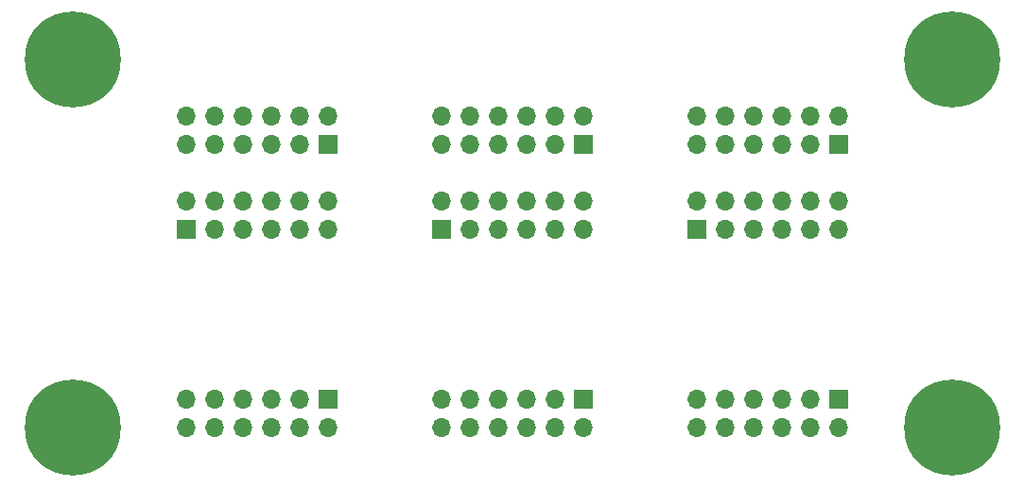
<source format=gbr>
%TF.GenerationSoftware,KiCad,Pcbnew,(6.0.5)*%
%TF.CreationDate,2022-05-29T15:24:29+02:00*%
%TF.ProjectId,pmod_peripheral,706d6f64-5f70-4657-9269-70686572616c,rev?*%
%TF.SameCoordinates,Original*%
%TF.FileFunction,Soldermask,Top*%
%TF.FilePolarity,Negative*%
%FSLAX46Y46*%
G04 Gerber Fmt 4.6, Leading zero omitted, Abs format (unit mm)*
G04 Created by KiCad (PCBNEW (6.0.5)) date 2022-05-29 15:24:29*
%MOMM*%
%LPD*%
G01*
G04 APERTURE LIST*
%ADD10R,1.700000X1.700000*%
%ADD11O,1.700000X1.700000*%
%ADD12C,0.900000*%
%ADD13C,8.600000*%
G04 APERTURE END LIST*
D10*
%TO.C,PMOD2*%
X99060000Y-83820000D03*
D11*
X99060000Y-86360000D03*
X96520000Y-83820000D03*
X96520000Y-86360000D03*
X93980000Y-83820000D03*
X93980000Y-86360000D03*
X91440000Y-83820000D03*
X91440000Y-86360000D03*
X88900000Y-83820000D03*
X88900000Y-86360000D03*
X86360000Y-83820000D03*
X86360000Y-86360000D03*
%TD*%
D10*
%TO.C,PMOD3*%
X121920000Y-83820000D03*
D11*
X121920000Y-86360000D03*
X119380000Y-83820000D03*
X119380000Y-86360000D03*
X116840000Y-83820000D03*
X116840000Y-86360000D03*
X114300000Y-83820000D03*
X114300000Y-86360000D03*
X111760000Y-83820000D03*
X111760000Y-86360000D03*
X109220000Y-83820000D03*
X109220000Y-86360000D03*
%TD*%
D10*
%TO.C,PMOD1*%
X76200000Y-83820000D03*
D11*
X76200000Y-86360000D03*
X73660000Y-83820000D03*
X73660000Y-86360000D03*
X71120000Y-83820000D03*
X71120000Y-86360000D03*
X68580000Y-83820000D03*
X68580000Y-86360000D03*
X66040000Y-83820000D03*
X66040000Y-86360000D03*
X63500000Y-83820000D03*
X63500000Y-86360000D03*
%TD*%
D10*
%TO.C,J4*%
X63500000Y-68580000D03*
D11*
X63500000Y-66040000D03*
X66040000Y-68580000D03*
X66040000Y-66040000D03*
X68580000Y-68580000D03*
X68580000Y-66040000D03*
X71120000Y-68580000D03*
X71120000Y-66040000D03*
X73660000Y-68580000D03*
X73660000Y-66040000D03*
X76200000Y-68580000D03*
X76200000Y-66040000D03*
%TD*%
D10*
%TO.C,J5*%
X86360000Y-68580000D03*
D11*
X86360000Y-66040000D03*
X88900000Y-68580000D03*
X88900000Y-66040000D03*
X91440000Y-68580000D03*
X91440000Y-66040000D03*
X93980000Y-68580000D03*
X93980000Y-66040000D03*
X96520000Y-68580000D03*
X96520000Y-66040000D03*
X99060000Y-68580000D03*
X99060000Y-66040000D03*
%TD*%
D10*
%TO.C,J6*%
X109220000Y-68580000D03*
D11*
X109220000Y-66040000D03*
X111760000Y-68580000D03*
X111760000Y-66040000D03*
X114300000Y-68580000D03*
X114300000Y-66040000D03*
X116840000Y-68580000D03*
X116840000Y-66040000D03*
X119380000Y-68580000D03*
X119380000Y-66040000D03*
X121920000Y-68580000D03*
X121920000Y-66040000D03*
%TD*%
D12*
%TO.C,H3*%
X55620419Y-84079581D03*
X50115000Y-86360000D03*
X56565000Y-86360000D03*
X55620419Y-88640419D03*
X51059581Y-88640419D03*
X53340000Y-83135000D03*
X51059581Y-84079581D03*
X53340000Y-89585000D03*
D13*
X53340000Y-86360000D03*
%TD*%
D12*
%TO.C,H1*%
X53340000Y-56565000D03*
X50115000Y-53340000D03*
X51059581Y-51059581D03*
X56565000Y-53340000D03*
D13*
X53340000Y-53340000D03*
D12*
X53340000Y-50115000D03*
X51059581Y-55620419D03*
X55620419Y-55620419D03*
X55620419Y-51059581D03*
%TD*%
D10*
%TO.C,PMOD4*%
X76200000Y-60960000D03*
D11*
X76200000Y-58420000D03*
X73660000Y-60960000D03*
X73660000Y-58420000D03*
X71120000Y-60960000D03*
X71120000Y-58420000D03*
X68580000Y-60960000D03*
X68580000Y-58420000D03*
X66040000Y-60960000D03*
X66040000Y-58420000D03*
X63500000Y-60960000D03*
X63500000Y-58420000D03*
%TD*%
D12*
%TO.C,H4*%
X132080000Y-89585000D03*
X134360419Y-84079581D03*
X132080000Y-83135000D03*
D13*
X132080000Y-86360000D03*
D12*
X129799581Y-88640419D03*
X128855000Y-86360000D03*
X135305000Y-86360000D03*
X129799581Y-84079581D03*
X134360419Y-88640419D03*
%TD*%
D10*
%TO.C,PMOD5*%
X99060000Y-60960000D03*
D11*
X99060000Y-58420000D03*
X96520000Y-60960000D03*
X96520000Y-58420000D03*
X93980000Y-60960000D03*
X93980000Y-58420000D03*
X91440000Y-60960000D03*
X91440000Y-58420000D03*
X88900000Y-60960000D03*
X88900000Y-58420000D03*
X86360000Y-60960000D03*
X86360000Y-58420000D03*
%TD*%
D10*
%TO.C,PMOD6*%
X121920000Y-60960000D03*
D11*
X121920000Y-58420000D03*
X119380000Y-60960000D03*
X119380000Y-58420000D03*
X116840000Y-60960000D03*
X116840000Y-58420000D03*
X114300000Y-60960000D03*
X114300000Y-58420000D03*
X111760000Y-60960000D03*
X111760000Y-58420000D03*
X109220000Y-60960000D03*
X109220000Y-58420000D03*
%TD*%
D12*
%TO.C,H2*%
X132080000Y-56565000D03*
X135305000Y-53340000D03*
D13*
X132080000Y-53340000D03*
D12*
X134360419Y-51059581D03*
X129799581Y-55620419D03*
X128855000Y-53340000D03*
X129799581Y-51059581D03*
X134360419Y-55620419D03*
X132080000Y-50115000D03*
%TD*%
M02*

</source>
